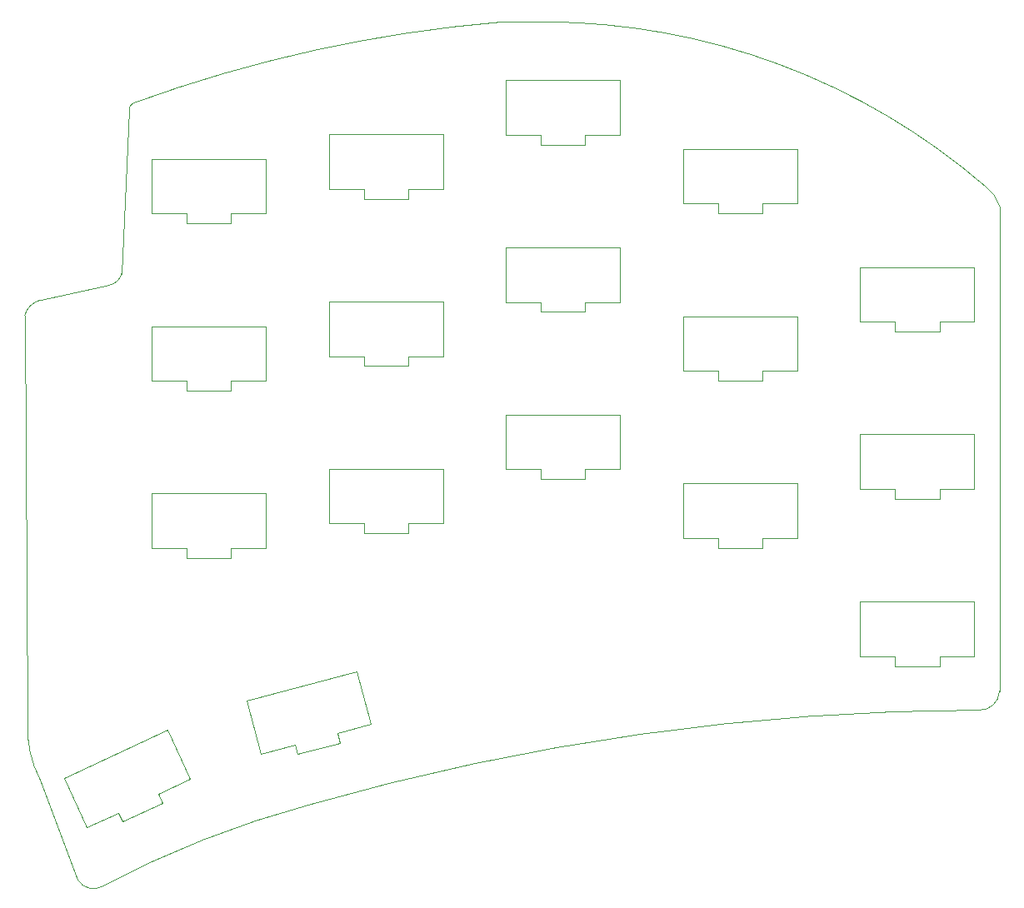
<source format=gbr>
%TF.GenerationSoftware,KiCad,Pcbnew,(6.0.7)*%
%TF.CreationDate,2022-09-28T21:41:44+08:00*%
%TF.ProjectId,ferris_right,66657272-6973-45f7-9269-6768742e6b69,rev?*%
%TF.SameCoordinates,Original*%
%TF.FileFunction,Profile,NP*%
%FSLAX46Y46*%
G04 Gerber Fmt 4.6, Leading zero omitted, Abs format (unit mm)*
G04 Created by KiCad (PCBNEW (6.0.7)) date 2022-09-28 21:41:44*
%MOMM*%
%LPD*%
G01*
G04 APERTURE LIST*
%TA.AperFunction,Profile*%
%ADD10C,0.050000*%
%TD*%
%TA.AperFunction,Profile*%
%ADD11C,0.120000*%
%TD*%
G04 APERTURE END LIST*
D10*
X220290000Y-83077536D02*
G75*
G03*
X152180000Y-92710000I423691J-248610926D01*
G01*
X152180002Y-92710007D02*
G75*
G03*
X131225000Y-100965000I25992898J-96706293D01*
G01*
X133130000Y-38735000D02*
X133900000Y-22059419D01*
X123605000Y-84314238D02*
X123287500Y-42985274D01*
X123605000Y-84314238D02*
G75*
G03*
X124875000Y-90170000I11105190J-657102D01*
G01*
X128684942Y-100330036D02*
G75*
G03*
X131225000Y-100965000I1596858J989936D01*
G01*
X128685000Y-100330000D02*
X124875000Y-90170000D01*
X131837498Y-39884996D02*
G75*
G03*
X133130000Y-38735000I-227298J1556796D01*
G01*
X124897499Y-41394997D02*
G75*
G03*
X123287500Y-42985274I530601J-2147303D01*
G01*
X124897500Y-41395000D02*
X131837499Y-39885000D01*
X171791363Y-13136374D02*
X175991611Y-13128139D01*
X171791364Y-13136389D02*
G75*
G03*
X134334755Y-21378889I11946136J-143515911D01*
G01*
X134334748Y-21378874D02*
G75*
G03*
X133900000Y-22059419I315252J-680526D01*
G01*
X222391945Y-31898702D02*
G75*
G03*
X220965000Y-29885000I-3871945J-1231298D01*
G01*
X220964989Y-29885013D02*
G75*
G03*
X175991611Y-13128139I-44973389J-51973087D01*
G01*
X220290001Y-83077506D02*
G75*
G03*
X222349981Y-81147211I59999J2000306D01*
G01*
X222391945Y-31898702D02*
X222349981Y-81147211D01*
D11*
%TO.C,K2_5*%
X144250000Y-66600000D02*
X147800000Y-66600000D01*
X147800000Y-61050000D02*
X147800000Y-66600000D01*
X136200000Y-66600000D02*
X136200000Y-61050000D01*
X136200000Y-61050000D02*
X147800000Y-61050000D01*
X139750000Y-67600000D02*
X144250000Y-67600000D01*
X139750000Y-66600000D02*
X139750000Y-67600000D01*
X144250000Y-67600000D02*
X144250000Y-66600000D01*
X139750000Y-66600000D02*
X136200000Y-66600000D01*
%TO.C,K0_9*%
X219800000Y-38050000D02*
X219800000Y-43600000D01*
X216250000Y-44600000D02*
X216250000Y-43600000D01*
X208200000Y-43600000D02*
X208200000Y-38050000D01*
X211750000Y-43600000D02*
X211750000Y-44600000D01*
X211750000Y-43600000D02*
X208200000Y-43600000D01*
X211750000Y-44600000D02*
X216250000Y-44600000D01*
X208200000Y-38050000D02*
X219800000Y-38050000D01*
X216250000Y-43600000D02*
X219800000Y-43600000D01*
%TO.C,K0_8*%
X198250000Y-31600000D02*
X201800000Y-31600000D01*
X198250000Y-32600000D02*
X198250000Y-31600000D01*
X190200000Y-31600000D02*
X190200000Y-26050000D01*
X193750000Y-31600000D02*
X190200000Y-31600000D01*
X193750000Y-32600000D02*
X198250000Y-32600000D01*
X201800000Y-26050000D02*
X201800000Y-31600000D01*
X193750000Y-31600000D02*
X193750000Y-32600000D01*
X190200000Y-26050000D02*
X201800000Y-26050000D01*
%TO.C,K0_5*%
X136200000Y-32600000D02*
X136200000Y-27050000D01*
X136200000Y-27050000D02*
X147800000Y-27050000D01*
X139750000Y-32600000D02*
X136200000Y-32600000D01*
X147800000Y-27050000D02*
X147800000Y-32600000D01*
X139750000Y-33600000D02*
X144250000Y-33600000D01*
X144250000Y-33600000D02*
X144250000Y-32600000D01*
X139750000Y-32600000D02*
X139750000Y-33600000D01*
X144250000Y-32600000D02*
X147800000Y-32600000D01*
%TO.C,K0_6*%
X165800000Y-24550000D02*
X165800000Y-30100000D01*
X162250000Y-31100000D02*
X162250000Y-30100000D01*
X162250000Y-30100000D02*
X165800000Y-30100000D01*
X154200000Y-24550000D02*
X165800000Y-24550000D01*
X157750000Y-30100000D02*
X154200000Y-30100000D01*
X154200000Y-30100000D02*
X154200000Y-24550000D01*
X157750000Y-30100000D02*
X157750000Y-31100000D01*
X157750000Y-31100000D02*
X162250000Y-31100000D01*
%TO.C,K0_7*%
X172200000Y-24600000D02*
X172200000Y-19050000D01*
X180250000Y-25600000D02*
X180250000Y-24600000D01*
X172200000Y-19050000D02*
X183800000Y-19050000D01*
X183800000Y-19050000D02*
X183800000Y-24600000D01*
X175750000Y-24600000D02*
X175750000Y-25600000D01*
X175750000Y-24600000D02*
X172200000Y-24600000D01*
X175750000Y-25600000D02*
X180250000Y-25600000D01*
X180250000Y-24600000D02*
X183800000Y-24600000D01*
%TO.C,K1_9*%
X208200000Y-60600000D02*
X208200000Y-55050000D01*
X219800000Y-55050000D02*
X219800000Y-60600000D01*
X216250000Y-60600000D02*
X219800000Y-60600000D01*
X211750000Y-61600000D02*
X216250000Y-61600000D01*
X216250000Y-61600000D02*
X216250000Y-60600000D01*
X208200000Y-55050000D02*
X219800000Y-55050000D01*
X211750000Y-60600000D02*
X211750000Y-61600000D01*
X211750000Y-60600000D02*
X208200000Y-60600000D01*
%TO.C,K1_8*%
X193750000Y-49600000D02*
X198250000Y-49600000D01*
X198250000Y-49600000D02*
X198250000Y-48600000D01*
X201800000Y-43050000D02*
X201800000Y-48600000D01*
X193750000Y-48600000D02*
X193750000Y-49600000D01*
X190200000Y-43050000D02*
X201800000Y-43050000D01*
X190200000Y-48600000D02*
X190200000Y-43050000D01*
X198250000Y-48600000D02*
X201800000Y-48600000D01*
X193750000Y-48600000D02*
X190200000Y-48600000D01*
%TO.C,K1_7*%
X175750000Y-42600000D02*
X180250000Y-42600000D01*
X180250000Y-41600000D02*
X183800000Y-41600000D01*
X172200000Y-36050000D02*
X183800000Y-36050000D01*
X175750000Y-41600000D02*
X175750000Y-42600000D01*
X172200000Y-41600000D02*
X172200000Y-36050000D01*
X183800000Y-36050000D02*
X183800000Y-41600000D01*
X180250000Y-42600000D02*
X180250000Y-41600000D01*
X175750000Y-41600000D02*
X172200000Y-41600000D01*
%TO.C,K1_6*%
X157750000Y-48100000D02*
X162250000Y-48100000D01*
X157750000Y-47100000D02*
X154200000Y-47100000D01*
X162250000Y-48100000D02*
X162250000Y-47100000D01*
X154200000Y-47100000D02*
X154200000Y-41550000D01*
X154200000Y-41550000D02*
X165800000Y-41550000D01*
X157750000Y-47100000D02*
X157750000Y-48100000D01*
X162250000Y-47100000D02*
X165800000Y-47100000D01*
X165800000Y-41550000D02*
X165800000Y-47100000D01*
%TO.C,K1_5*%
X147800000Y-44050000D02*
X147800000Y-49600000D01*
X139750000Y-49600000D02*
X139750000Y-50600000D01*
X136200000Y-49600000D02*
X136200000Y-44050000D01*
X139750000Y-50600000D02*
X144250000Y-50600000D01*
X136200000Y-44050000D02*
X147800000Y-44050000D01*
X144250000Y-49600000D02*
X147800000Y-49600000D01*
X139750000Y-49600000D02*
X136200000Y-49600000D01*
X144250000Y-50600000D02*
X144250000Y-49600000D01*
%TO.C,K2_6*%
X162250000Y-64100000D02*
X165800000Y-64100000D01*
X154200000Y-58550000D02*
X165800000Y-58550000D01*
X154200000Y-64100000D02*
X154200000Y-58550000D01*
X157750000Y-64100000D02*
X157750000Y-65100000D01*
X157750000Y-64100000D02*
X154200000Y-64100000D01*
X165800000Y-58550000D02*
X165800000Y-64100000D01*
X162250000Y-65100000D02*
X162250000Y-64100000D01*
X157750000Y-65100000D02*
X162250000Y-65100000D01*
%TO.C,K2_7*%
X175750000Y-58600000D02*
X172200000Y-58600000D01*
X175750000Y-59600000D02*
X180250000Y-59600000D01*
X183800000Y-53050000D02*
X183800000Y-58600000D01*
X172200000Y-58600000D02*
X172200000Y-53050000D01*
X180250000Y-58600000D02*
X183800000Y-58600000D01*
X172200000Y-53050000D02*
X183800000Y-53050000D01*
X175750000Y-58600000D02*
X175750000Y-59600000D01*
X180250000Y-59600000D02*
X180250000Y-58600000D01*
%TO.C,K2_8*%
X193750000Y-65600000D02*
X193750000Y-66600000D01*
X190200000Y-65600000D02*
X190200000Y-60050000D01*
X198250000Y-65600000D02*
X201800000Y-65600000D01*
X193750000Y-66600000D02*
X198250000Y-66600000D01*
X201800000Y-60050000D02*
X201800000Y-65600000D01*
X198250000Y-66600000D02*
X198250000Y-65600000D01*
X193750000Y-65600000D02*
X190200000Y-65600000D01*
X190200000Y-60050000D02*
X201800000Y-60050000D01*
%TO.C,K2_9*%
X211750000Y-78600000D02*
X216250000Y-78600000D01*
X216250000Y-77600000D02*
X219800000Y-77600000D01*
X211750000Y-77600000D02*
X208200000Y-77600000D01*
X208200000Y-72050000D02*
X219800000Y-72050000D01*
X211750000Y-77600000D02*
X211750000Y-78600000D01*
X208200000Y-77600000D02*
X208200000Y-72050000D01*
X219800000Y-72050000D02*
X219800000Y-77600000D01*
X216250000Y-78600000D02*
X216250000Y-77600000D01*
%TO.C,K3_6*%
X155321607Y-86389044D02*
X155062788Y-85423118D01*
X155062788Y-85423118D02*
X158491824Y-84504311D01*
X150974940Y-87553730D02*
X155321607Y-86389044D01*
X150716121Y-86587804D02*
X147287085Y-87506612D01*
X157055379Y-79143422D02*
X158491824Y-84504311D01*
X147287085Y-87506612D02*
X145850639Y-82145723D01*
X145850639Y-82145723D02*
X157055379Y-79143422D01*
X150716121Y-86587804D02*
X150974940Y-87553730D01*
%TO.C,K3_5*%
X132825342Y-93506158D02*
X133247960Y-94412466D01*
X136903727Y-91604376D02*
X140121120Y-90104081D01*
X137775588Y-85074073D02*
X140121120Y-90104081D01*
X127262418Y-89976445D02*
X137775588Y-85074073D01*
X137326345Y-92510684D02*
X136903727Y-91604376D01*
X133247960Y-94412466D02*
X137326345Y-92510684D01*
X132825342Y-93506158D02*
X129607949Y-95006453D01*
X129607949Y-95006453D02*
X127262418Y-89976445D01*
%TD*%
M02*

</source>
